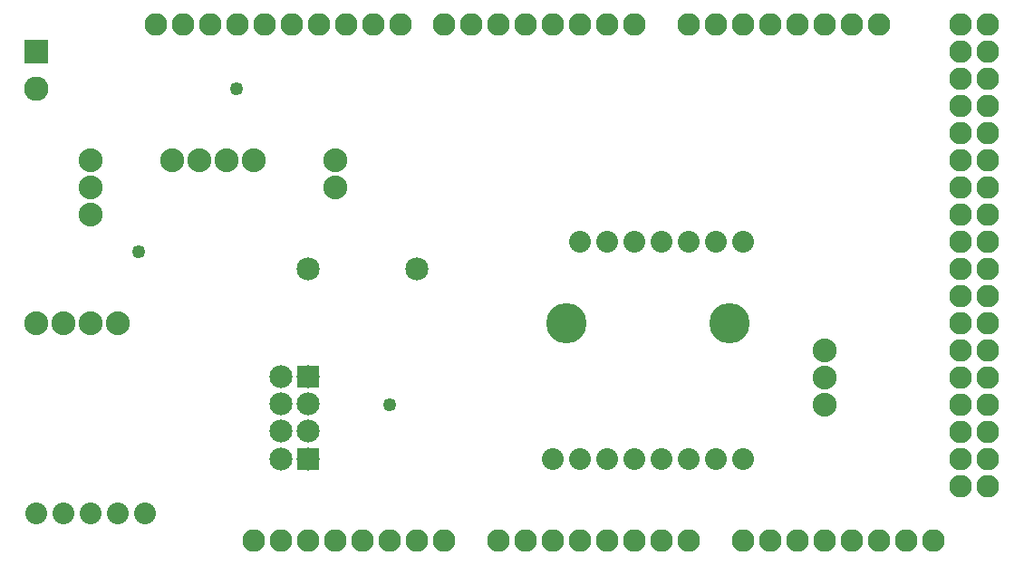
<source format=gts>
G04 MADE WITH FRITZING*
G04 WWW.FRITZING.ORG*
G04 DOUBLE SIDED*
G04 HOLES PLATED*
G04 CONTOUR ON CENTER OF CONTOUR VECTOR*
%ASAXBY*%
%FSLAX23Y23*%
%MOIN*%
%OFA0B0*%
%SFA1.0B1.0*%
%ADD10C,0.049370*%
%ADD11C,0.088000*%
%ADD12C,0.090000*%
%ADD13C,0.085000*%
%ADD14C,0.082917*%
%ADD15C,0.080000*%
%ADD16C,0.084472*%
%ADD17C,0.148425*%
%ADD18R,0.090000X0.090000*%
%ADD19R,0.084108X0.084472*%
%LNMASK1*%
G90*
G70*
G54D10*
X1044Y1763D03*
X684Y1163D03*
X1608Y602D03*
G54D11*
X608Y902D03*
X508Y902D03*
X408Y902D03*
X308Y902D03*
X508Y1502D03*
X508Y1402D03*
X508Y1302D03*
X808Y1502D03*
X908Y1502D03*
X1008Y1502D03*
X1108Y1502D03*
G54D12*
X308Y1902D03*
X308Y1764D03*
G54D11*
X1408Y1502D03*
X1408Y1402D03*
X3208Y602D03*
X3208Y702D03*
X3208Y802D03*
G54D13*
X1708Y1102D03*
X1308Y1102D03*
G54D14*
X3008Y102D03*
X1408Y102D03*
X3108Y102D03*
X3208Y102D03*
X3308Y102D03*
X3408Y102D03*
X3708Y1502D03*
X3508Y102D03*
X3608Y102D03*
X1448Y2002D03*
X2008Y102D03*
X2108Y102D03*
X2208Y102D03*
X2308Y102D03*
X3708Y702D03*
X2408Y102D03*
X2508Y102D03*
X2608Y102D03*
X2708Y102D03*
X2208Y2002D03*
X3708Y1902D03*
X3708Y1102D03*
X3708Y302D03*
X1048Y2002D03*
X1808Y102D03*
X1808Y2002D03*
X3708Y1702D03*
X3708Y1302D03*
X3708Y902D03*
X3408Y2002D03*
X3708Y502D03*
X3308Y2002D03*
X3208Y2002D03*
X3108Y2002D03*
X3008Y2002D03*
X2908Y2002D03*
X2808Y2002D03*
X2708Y2002D03*
X848Y2002D03*
X1248Y2002D03*
X1648Y2002D03*
X1208Y102D03*
X1608Y102D03*
X2408Y2002D03*
X2008Y2002D03*
X3708Y2002D03*
X3708Y1802D03*
X3708Y1602D03*
X3708Y1402D03*
X3708Y1202D03*
X3708Y1002D03*
X3708Y802D03*
X3708Y602D03*
X3708Y402D03*
X748Y2002D03*
X948Y2002D03*
X1148Y2002D03*
X1348Y2002D03*
X1548Y2002D03*
X1108Y102D03*
X1308Y102D03*
X1508Y102D03*
X1708Y102D03*
X2508Y2002D03*
X2308Y2002D03*
X2108Y2002D03*
X1908Y2002D03*
X3808Y2002D03*
X3808Y1902D03*
X3808Y1802D03*
X3808Y1702D03*
X3808Y1602D03*
X3808Y1502D03*
X3808Y1402D03*
X3808Y1302D03*
X3808Y1202D03*
X3808Y1102D03*
X3808Y1002D03*
X3808Y902D03*
X3808Y802D03*
X3808Y702D03*
X3808Y602D03*
X3808Y502D03*
X3808Y402D03*
X3808Y302D03*
X2908Y102D03*
G54D15*
X2308Y1202D03*
X2408Y1202D03*
X2508Y1202D03*
X2608Y1202D03*
X2708Y1202D03*
X2808Y1202D03*
X2908Y1202D03*
X308Y202D03*
X408Y202D03*
X508Y202D03*
X608Y202D03*
X708Y202D03*
G54D16*
X1308Y704D03*
X1208Y704D03*
X1308Y603D03*
X1208Y603D03*
X1308Y503D03*
X1208Y503D03*
X1308Y402D03*
X1208Y402D03*
X1308Y704D03*
X1208Y704D03*
X1308Y603D03*
X1208Y603D03*
X1308Y503D03*
X1208Y503D03*
X1308Y402D03*
X1208Y402D03*
G54D17*
X2858Y902D03*
G54D15*
X2208Y402D03*
X2308Y402D03*
X2408Y402D03*
X2508Y402D03*
X2608Y402D03*
X2708Y402D03*
X2808Y402D03*
X2908Y402D03*
G54D17*
X2258Y902D03*
G54D18*
X308Y1902D03*
G54D19*
X1308Y704D03*
X1308Y704D03*
X1308Y402D03*
G04 End of Mask1*
M02*
</source>
